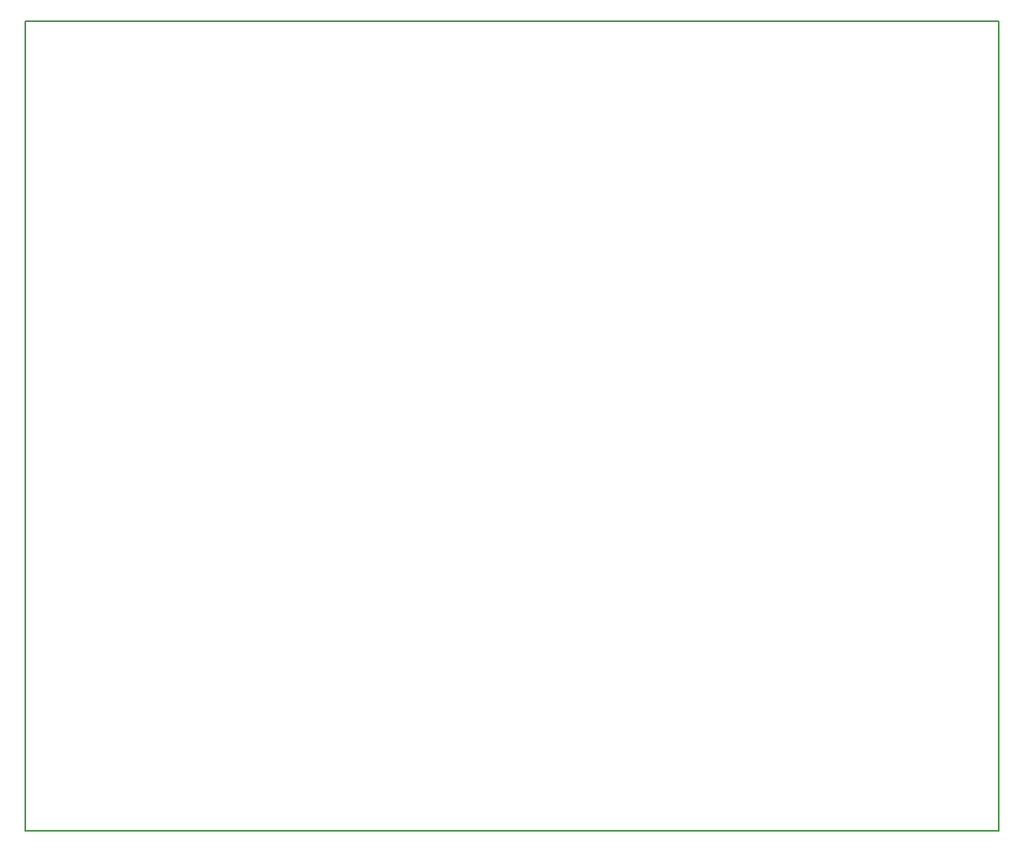
<source format=gbr>
%TF.GenerationSoftware,KiCad,Pcbnew,8.0.4*%
%TF.CreationDate,2025-10-24T14:41:15-04:00*%
%TF.ProjectId,Board,426f6172-642e-46b6-9963-61645f706362,rev?*%
%TF.SameCoordinates,Original*%
%TF.FileFunction,Profile,NP*%
%FSLAX46Y46*%
G04 Gerber Fmt 4.6, Leading zero omitted, Abs format (unit mm)*
G04 Created by KiCad (PCBNEW 8.0.4) date 2025-10-24 14:41:15*
%MOMM*%
%LPD*%
G01*
G04 APERTURE LIST*
%TA.AperFunction,Profile*%
%ADD10C,0.200000*%
%TD*%
G04 APERTURE END LIST*
D10*
X74985000Y-48050000D02*
X176025000Y-48050000D01*
X176025000Y-132090000D01*
X74985000Y-132090000D01*
X74985000Y-48050000D01*
M02*

</source>
